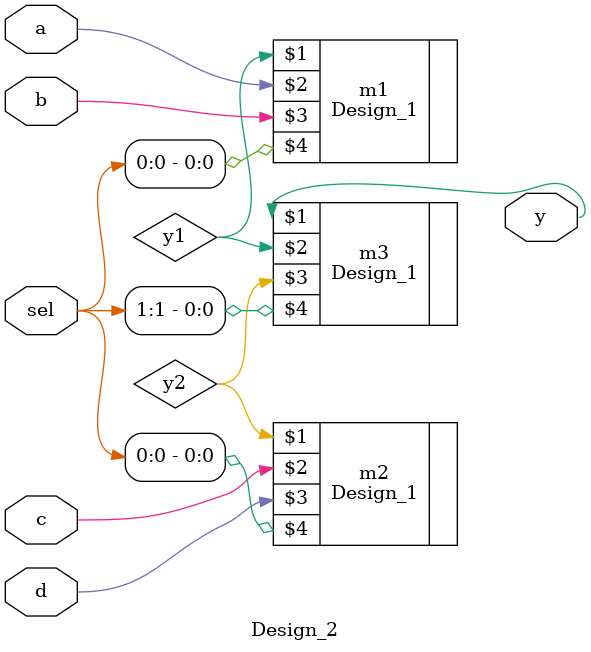
<source format=v>
`timescale 1ns / 1ps

module Design_2(y,a,b,c,d,sel);
input a,b,c,d;
input[1:0] sel;
output y;
wire y1,y2;

Design_1 m1(y1,a,b,sel[0]);
Design_1 m2(y2,c,d,sel[0]);
Design_1 m3(y,y1,y2,sel[1]);
endmodule

</source>
